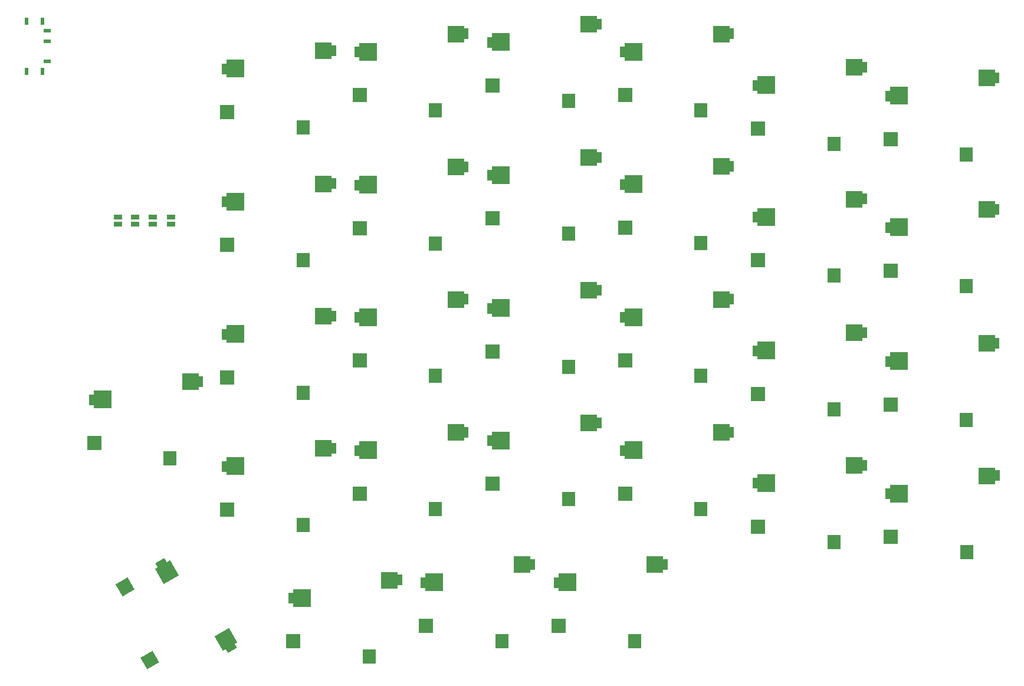
<source format=gbp>
G04 #@! TF.GenerationSoftware,KiCad,Pcbnew,8.0.5*
G04 #@! TF.CreationDate,2024-10-03T23:55:07-04:00*
G04 #@! TF.ProjectId,Lily58_Pro,4c696c79-3538-45f5-9072-6f2e6b696361,rev?*
G04 #@! TF.SameCoordinates,Original*
G04 #@! TF.FileFunction,Paste,Bot*
G04 #@! TF.FilePolarity,Positive*
%FSLAX46Y46*%
G04 Gerber Fmt 4.6, Leading zero omitted, Abs format (unit mm)*
G04 Created by KiCad (PCBNEW 8.0.5) date 2024-10-03 23:55:07*
%MOMM*%
%LPD*%
G01*
G04 APERTURE LIST*
G04 Aperture macros list*
%AMRotRect*
0 Rectangle, with rotation*
0 The origin of the aperture is its center*
0 $1 length*
0 $2 width*
0 $3 Rotation angle, in degrees counterclockwise*
0 Add horizontal line*
21,1,$1,$2,0,0,$3*%
G04 Aperture macros list end*
%ADD10R,0.700000X1.500000*%
%ADD11R,2.000000X2.000000*%
%ADD12R,2.500000X2.500000*%
%ADD13R,1.900000X2.000000*%
%ADD14R,2.400000X2.400000*%
%ADD15RotRect,0.700000X1.500000X300.000000*%
%ADD16RotRect,2.000000X2.000000X120.000000*%
%ADD17RotRect,2.500000X2.500000X120.000000*%
%ADD18RotRect,1.900000X2.000000X120.000000*%
%ADD19RotRect,2.400000X2.400000X120.000000*%
%ADD20R,0.600000X1.100000*%
%ADD21R,0.600000X1.000000*%
%ADD22R,1.000000X0.600000*%
%ADD23R,1.143000X0.635000*%
G04 APERTURE END LIST*
D10*
G04 #@! TO.C,SW1*
X112000000Y-47500000D03*
D11*
X112400000Y-53700000D03*
D12*
X113600000Y-47460000D03*
D13*
X123300000Y-55900000D03*
D14*
X126200000Y-44920000D03*
D10*
X127700000Y-44900000D03*
G04 #@! TD*
G04 #@! TO.C,SW2*
X131000000Y-45100000D03*
D11*
X131400000Y-51300000D03*
D12*
X132600000Y-45060000D03*
D13*
X142300000Y-53500000D03*
D14*
X145200000Y-42520000D03*
D10*
X146700000Y-42500000D03*
G04 #@! TD*
G04 #@! TO.C,SW3*
X150100000Y-43710000D03*
D11*
X150500000Y-49910000D03*
D12*
X151700000Y-43670000D03*
D13*
X161400000Y-52110000D03*
D14*
X164300000Y-41130000D03*
D10*
X165800000Y-41110000D03*
G04 #@! TD*
G04 #@! TO.C,SW4*
X169100000Y-45100000D03*
D11*
X169500000Y-51300000D03*
D12*
X170700000Y-45060000D03*
D13*
X180400000Y-53500000D03*
D14*
X183300000Y-42520000D03*
D10*
X184800000Y-42500000D03*
G04 #@! TD*
G04 #@! TO.C,SW5*
X188200000Y-49900000D03*
D11*
X188600000Y-56100000D03*
D12*
X189800000Y-49860000D03*
D13*
X199500000Y-58300000D03*
D14*
X202400000Y-47320000D03*
D10*
X203900000Y-47300000D03*
G04 #@! TD*
G04 #@! TO.C,SW6*
X207200000Y-51400000D03*
D11*
X207600000Y-57600000D03*
D12*
X208800000Y-51360000D03*
D13*
X218500000Y-59800000D03*
D14*
X221400000Y-48820000D03*
D10*
X222900000Y-48800000D03*
G04 #@! TD*
G04 #@! TO.C,SW7*
X112000000Y-66600000D03*
D11*
X112400000Y-72800000D03*
D12*
X113600000Y-66560000D03*
D13*
X123300000Y-75000000D03*
D14*
X126200000Y-64020000D03*
D10*
X127700000Y-64000000D03*
G04 #@! TD*
G04 #@! TO.C,SW8*
X131000000Y-64200000D03*
D11*
X131400000Y-70400000D03*
D12*
X132600000Y-64160000D03*
D13*
X142300000Y-72600000D03*
D14*
X145200000Y-61620000D03*
D10*
X146700000Y-61600000D03*
G04 #@! TD*
G04 #@! TO.C,SW9*
X150100000Y-62800000D03*
D11*
X150500000Y-69000000D03*
D12*
X151700000Y-62760000D03*
D13*
X161400000Y-71200000D03*
D14*
X164300000Y-60220000D03*
D10*
X165800000Y-60200000D03*
G04 #@! TD*
G04 #@! TO.C,SW10*
X169100000Y-64100000D03*
D11*
X169500000Y-70300000D03*
D12*
X170700000Y-64060000D03*
D13*
X180400000Y-72500000D03*
D14*
X183300000Y-61520000D03*
D10*
X184800000Y-61500000D03*
G04 #@! TD*
G04 #@! TO.C,SW11*
X188200000Y-68800000D03*
D11*
X188600000Y-75000000D03*
D12*
X189800000Y-68760000D03*
D13*
X199500000Y-77200000D03*
D14*
X202400000Y-66220000D03*
D10*
X203900000Y-66200000D03*
G04 #@! TD*
G04 #@! TO.C,SW12*
X207200000Y-70300000D03*
D11*
X207600000Y-76500000D03*
D12*
X208800000Y-70260000D03*
D13*
X218500000Y-78700000D03*
D14*
X221400000Y-67720000D03*
D10*
X222900000Y-67700000D03*
G04 #@! TD*
G04 #@! TO.C,SW13*
X112000000Y-85600000D03*
D11*
X112400000Y-91800000D03*
D12*
X113600000Y-85560000D03*
D13*
X123300000Y-94000000D03*
D14*
X126200000Y-83020000D03*
D10*
X127700000Y-83000000D03*
G04 #@! TD*
G04 #@! TO.C,SW14*
X131000000Y-83200000D03*
D11*
X131400000Y-89400000D03*
D12*
X132600000Y-83160000D03*
D13*
X142300000Y-91600000D03*
D14*
X145200000Y-80620000D03*
D10*
X146700000Y-80600000D03*
G04 #@! TD*
G04 #@! TO.C,SW15*
X150100000Y-81900000D03*
D11*
X150500000Y-88100000D03*
D12*
X151700000Y-81860000D03*
D13*
X161400000Y-90300000D03*
D14*
X164300000Y-79320000D03*
D10*
X165800000Y-79300000D03*
G04 #@! TD*
G04 #@! TO.C,SW16*
X169100000Y-83200000D03*
D11*
X169500000Y-89400000D03*
D12*
X170700000Y-83160000D03*
D13*
X180400000Y-91600000D03*
D14*
X183300000Y-80620000D03*
D10*
X184800000Y-80600000D03*
G04 #@! TD*
G04 #@! TO.C,SW17*
X188200000Y-88000000D03*
D11*
X188600000Y-94200000D03*
D12*
X189800000Y-87960000D03*
D13*
X199500000Y-96400000D03*
D14*
X202400000Y-85420000D03*
D10*
X203900000Y-85400000D03*
G04 #@! TD*
G04 #@! TO.C,SW18*
X207200000Y-89500000D03*
D11*
X207600000Y-95700000D03*
D12*
X208800000Y-89460000D03*
D13*
X218500000Y-97900000D03*
D14*
X221400000Y-86920000D03*
D10*
X222900000Y-86900000D03*
G04 #@! TD*
G04 #@! TO.C,SW19*
X112000000Y-104600000D03*
D11*
X112400000Y-110800000D03*
D12*
X113600000Y-104560000D03*
D13*
X123300000Y-113000000D03*
D14*
X126200000Y-102020000D03*
D10*
X127700000Y-102000000D03*
G04 #@! TD*
G04 #@! TO.C,SW20*
X131000000Y-102300000D03*
D11*
X131400000Y-108500000D03*
D12*
X132600000Y-102260000D03*
D13*
X142300000Y-110700000D03*
D14*
X145200000Y-99720000D03*
D10*
X146700000Y-99700000D03*
G04 #@! TD*
G04 #@! TO.C,SW21*
X150100000Y-100900000D03*
D11*
X150500000Y-107100000D03*
D12*
X151700000Y-100860000D03*
D13*
X161400000Y-109300000D03*
D14*
X164300000Y-98320000D03*
D10*
X165800000Y-98300000D03*
G04 #@! TD*
G04 #@! TO.C,SW22*
X169100000Y-102300000D03*
D11*
X169500000Y-108500000D03*
D12*
X170700000Y-102260000D03*
D13*
X180400000Y-110700000D03*
D14*
X183300000Y-99720000D03*
D10*
X184800000Y-99700000D03*
G04 #@! TD*
G04 #@! TO.C,SW23*
X188200000Y-107000000D03*
D11*
X188600000Y-113200000D03*
D12*
X189800000Y-106960000D03*
D13*
X199500000Y-115400000D03*
D14*
X202400000Y-104420000D03*
D10*
X203900000Y-104400000D03*
G04 #@! TD*
G04 #@! TO.C,SW24*
X207250000Y-108500000D03*
D11*
X207650000Y-114700000D03*
D12*
X208850000Y-108460000D03*
D13*
X218550000Y-116900000D03*
D14*
X221450000Y-105920000D03*
D10*
X222950000Y-105900000D03*
G04 #@! TD*
G04 #@! TO.C,SW25*
X92900000Y-95000000D03*
D11*
X93300000Y-101200000D03*
D12*
X94500000Y-94960000D03*
D13*
X104200000Y-103400000D03*
D14*
X107100000Y-92420000D03*
D10*
X108600000Y-92400000D03*
G04 #@! TD*
D15*
G04 #@! TO.C,SW26*
X102915064Y-118388784D03*
D16*
X97745706Y-121835194D03*
D17*
X103749705Y-119754425D03*
D18*
X101290450Y-132374871D03*
D19*
X112249409Y-129396345D03*
D15*
X113016730Y-130685383D03*
G04 #@! TD*
D10*
G04 #@! TO.C,SW27*
X121500000Y-123500000D03*
D11*
X121900000Y-129700000D03*
D12*
X123100000Y-123460000D03*
D13*
X132800000Y-131900000D03*
D14*
X135700000Y-120920000D03*
D10*
X137200000Y-120900000D03*
G04 #@! TD*
G04 #@! TO.C,SW28*
X140500000Y-121250000D03*
D11*
X140900000Y-127450000D03*
D12*
X142100000Y-121210000D03*
D13*
X151800000Y-129650000D03*
D14*
X154700000Y-118670000D03*
D10*
X156200000Y-118650000D03*
G04 #@! TD*
G04 #@! TO.C,SW29*
X159600000Y-121250000D03*
D11*
X160000000Y-127450000D03*
D12*
X161200000Y-121210000D03*
D13*
X170900000Y-129650000D03*
D14*
X173800000Y-118670000D03*
D10*
X175300000Y-118650000D03*
G04 #@! TD*
D20*
G04 #@! TO.C,PWSW1*
X83589000Y-40675000D03*
D21*
X83589000Y-47875000D03*
X85875000Y-40675000D03*
D20*
X85875000Y-47875000D03*
D22*
X86582000Y-46475000D03*
X86582000Y-43575000D03*
X86582000Y-42075000D03*
G04 #@! TD*
D23*
G04 #@! TO.C,JP5*
X104300000Y-69800760D03*
X104300000Y-68800000D03*
G04 #@! TD*
G04 #@! TO.C,JP6*
X101700000Y-69800760D03*
X101700000Y-68800000D03*
G04 #@! TD*
G04 #@! TO.C,JP7*
X99200000Y-69800760D03*
X99200000Y-68800000D03*
G04 #@! TD*
G04 #@! TO.C,JP8*
X96700000Y-69775760D03*
X96700000Y-68775000D03*
G04 #@! TD*
M02*

</source>
